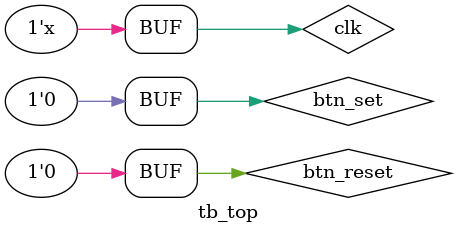
<source format=v>
`timescale 1ns / 1ps


module tb_top();
    reg clk,btn_reset, btn_set;
    wire [6:0]seg_led;
    wire [3:0]An;
    wire [5:0]led_t;
    wire state_moh,state_toa;
    
    top uut(
    .clk(clk),
    .btn_reset(btn_reset),
    .btn_set(btn_set),
    .seg_led(seg_led),
    .An(An),
    .led_t(led_t),
    .state_moh(state_moh),
    .state_toa(state_toa)
    );
    
    initial begin
        clk =0;
        btn_reset=1;
        btn_set=0;
        #102
        btn_reset=0;
        #200
        //ªì©l
        //³]©w¾xÄÁ
        //short
        btn_set = 1;
        #50
        btn_set = 0;
        #400;
        //triple
        btn_set = 1;
        #50
        btn_set = 0;
        #50
        btn_set = 1;
        #50
        btn_set = 0;
        #50
        btn_set = 1;
        #50
        btn_set = 0;        
        #400          
        //short
        btn_set = 1;
        #50
        btn_set = 0;
        #400;
        ////ªì©l
        //four
        btn_set = 1;
        #50
        btn_set = 0;
        #50
        btn_set = 1;
        #50
        btn_set = 0;
        #50
        btn_set = 1;
        #50
        btn_set = 0;
        #50
        btn_set = 1;
        #50
        btn_set = 0;
                
        #400   
//short
        btn_set = 1;
        #50
        btn_set = 0;
        #400;           
        //four
        btn_set = 1;
        #50
        btn_set = 0;
        #50
        btn_set = 1;
        #50
        btn_set = 0;
        #50
        btn_set = 1;
        #50
        btn_set = 0;
        #50
        btn_set = 1;
        #50
        btn_set = 0;
                
        #200          
        //long
        btn_set = 1;
        #110
        btn_set = 0;
        #200       
        //long over 2
        btn_set = 1;
        #500
        btn_set = 0;
        #200       
                  
        //double
        btn_set = 1;
        #50
        btn_set = 0;
        #50
        btn_set = 1;
        #50
        btn_set = 0;
        #200
        //short
        btn_set = 1;
        #50
        btn_set = 0;
        #200;
        //long
        btn_set = 1;
        #110
        btn_set = 0;
        #200          
        //triple
        btn_set = 1;
        #50
        btn_set = 0;
        #50
        btn_set = 1;
        #50
        btn_set = 0;
        #50
        btn_set = 1;
        #50
        btn_set = 0;        
        #200        
        //long
        btn_set = 1;
        #110
        btn_set = 0;
        #200
        //short
        btn_set = 1;
        #50
        btn_set = 0;
        #200;
        //short
        btn_set = 1;
        #50
        btn_set = 0;
        #200;
        
        //long
        btn_set = 1;
        #110
        btn_set =0;
        #200
        //long
        btn_set = 1;
        #110
        btn_set =0;
        #200
        //short
        btn_set = 1;
        #50
        btn_set = 0;
        #200;
        //short
        btn_set = 1;
        #50
        btn_set = 0;
        #200;
        
        
    end
    always #5 clk = ~clk;

endmodule
</source>
